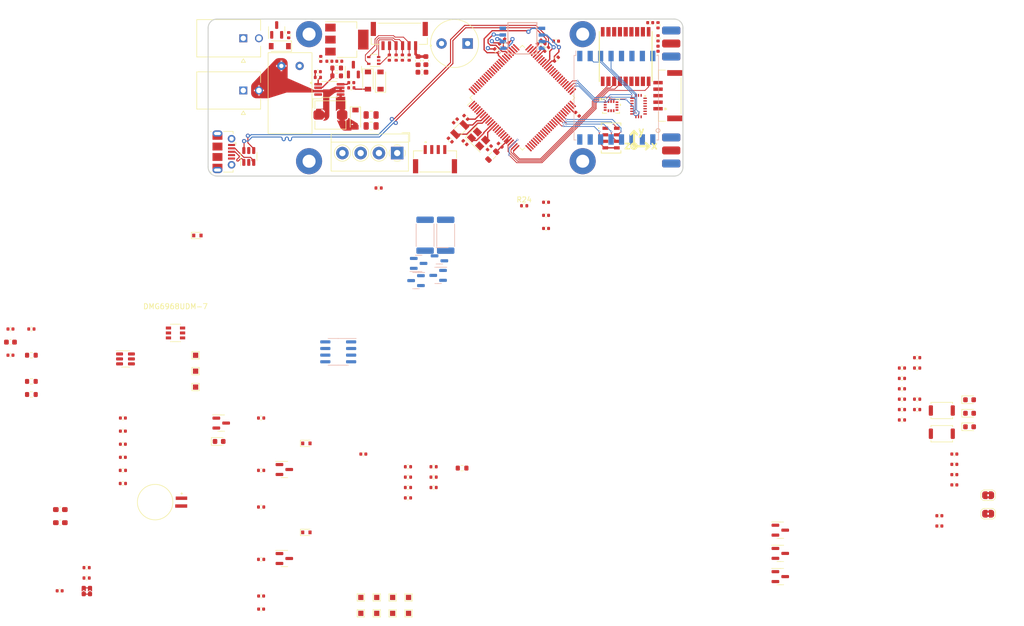
<source format=kicad_pcb>
(kicad_pcb (version 20221018) (generator pcbnew)
  (layers (0 "F.Cu" signal) (1 "In1.Cu" power) (2 "In2.Cu" power) (31 "B.Cu" signal) (34 "B.Paste" user) (35 "F.Paste" user) (36 "B.SilkS" user "B.Silkscreen") (37 "F.SilkS" user "F.Silkscreen") (38 "B.Mask" user) (39 "F.Mask" user) (44 "Edge.Cuts" user))
  (net 0 "")
  (net 1 "Net-(AE1-A)")
  (net 2 "GND")
  (net 3 "/Sensors/MAX-M10S-00B/VCC_RF")
  (net 4 "VDC")
  (net 5 "+5VA")
  (net 6 "-BATT")
  (net 7 "+5V")
  (net 8 "+3V3")
  (net 9 "+3.3V")
  (net 10 "Net-(BZ3--)")
  (net 11 "/STM32H743/NRST")
  (net 12 "/STM32H743/VDDA")
  (net 13 "/STM32H743/OSC32_IN")
  (net 14 "VBUS")
  (net 15 "Net-(U16-SS)")
  (net 16 "/STM32H743/OSC32_OUT")
  (net 17 "+BATT")
  (net 18 "/STM32H743/OSC_IN")
  (net 19 "Net-(D1-K)")
  (net 20 "Net-(D1-A)")
  (net 21 "Net-(D6-K-Pad1)")
  (net 22 "Net-(D6-K-Pad3)")
  (net 23 "/Data_Interfaces/USB2_D-")
  (net 24 "/Data_Interfaces/USB2_D+")
  (net 25 "Net-(D6-K-Pad4)")
  (net 26 "Net-(D6-K-Pad5)")
  (net 27 "/Sensors/MAX-M10S-00B/V_BKCP")
  (net 28 "+5VD")
  (net 29 "Net-(C27-Pad2)")
  (net 30 "/STM32H743/OSC_OUT")
  (net 31 "Net-(C51-Pad1)")
  (net 32 "Net-(D12-A)")
  (net 33 "Net-(D14-A)")
  (net 34 "/Actuators/Ematch_Drogue1/EMATCH+")
  (net 35 "Net-(C67-Pad1)")
  (net 36 "Net-(C68-Pad1)")
  (net 39 "Net-(D18-K)")
  (net 41 "/Data_Interfaces/CAN_+")
  (net 42 "/Actuators/Ematch_Main/EMATCH+")
  (net 43 "/Data_Interfaces/CAN_-")
  (net 45 "Net-(D19-K)")
  (net 46 "/Data_Interfaces/USB_D-")
  (net 47 "Net-(D20-K)")
  (net 48 "/Data_Interfaces/USB_D+")
  (net 50 "/915MHz_Radio/SPI_MISO")
  (net 51 "/915MHz_Radio/SPI_MOSI")
  (net 52 "/915MHz_Radio/SPI_CLK")
  (net 53 "/915MHz_Radio/CS_RF")
  (net 54 "/915MHz_Radio/RESET_RF")
  (net 55 "/915MHz_Radio/IO5_RF")
  (net 56 "/915MHz_Radio/IO3_RF")
  (net 57 "/915MHz_Radio/IO4_RF")
  (net 58 "/915MHz_Radio/IO0_RF")
  (net 59 "/915MHz_Radio/IO1_RF")
  (net 60 "/915MHz_Radio/IO2_RF")
  (net 61 "Net-(D11-Pad3)")
  (net 62 "Net-(JP4-RX1)")
  (net 63 "/Power/BATT_VOLT")
  (net 64 "Net-(FB3-Pad2)")
  (net 65 "/Sensors/MAX-M10S-00B/PPS")
  (net 66 "/Sensors/MAX-M10S-00B/EXTINT")
  (net 67 "/Sensors/MAX-M10S-00B/RF_IN")
  (net 68 "Net-(JP4-TX1)")
  (net 69 "/Data_Interfaces/CAN_RXD")
  (net 70 "/Data_Interfaces/CAN_TXD")
  (net 72 "Net-(MOSFET1-G2)")
  (net 74 "/Actuators/Ematch_Main/EMATCH-")
  (net 75 "/Actuators/Ematch_Drogue1/EMATCH-")
  (net 76 "Net-(MOSFET1-G1)")
  (net 77 "Net-(Q4-G)")
  (net 78 "Net-(Q4-S)")
  (net 79 "Net-(Q5-G)")
  (net 80 "Net-(Q6-B)")
  (net 81 "/STM32H743/I2C2_SDA")
  (net 82 "/STM32H743/I2C2_SCL")
  (net 83 "/Data_Logging/SD0")
  (net 84 "Net-(Q11-C)")
  (net 85 "/Data_Logging/SD1")
  (net 86 "Net-(Q9-S)")
  (net 87 "/Data_Logging/SD2")
  (net 88 "Net-(Q10-G)")
  (net 89 "/Data_Logging/SD3")
  (net 90 "Net-(Q11-B)")
  (net 91 "/Data_Logging/CLK")
  (net 92 "/STM32H743/SWDIO")
  (net 93 "/Data_Logging/CMD")
  (net 94 "/STM32H743/SWCLK")
  (net 95 "/STM32H743/SWO")
  (net 96 "/Actuators/DROGUE_L")
  (net 97 "/Actuators/DROGUE_CONT")
  (net 98 "/Actuators/DROGUE_H")
  (net 99 "Net-(U2-VM)")
  (net 100 "/Actuators/MAIN_L")
  (net 101 "/Actuators/MAIN_CONT")
  (net 102 "/Actuators/MAIN_H")
  (net 103 "Net-(JP6-B)")
  (net 104 "Net-(U5-Rs)")
  (net 105 "/Actuators/EXT_SPI_MISO")
  (net 106 "/Actuators/EXT_SPI_MOSI")
  (net 107 "/Actuators/EXT_SPI_SCK")
  (net 108 "/Actuators/EXT_SPI_CS")
  (net 109 "Net-(JP7-B)")
  (net 110 "Net-(U16-COMP)")
  (net 111 "Net-(U16-FB)")
  (net 112 "Net-(Q15-G)")
  (net 113 "Net-(Q15-D)")
  (net 114 "Net-(Q16-G)")
  (net 115 "/Sensors/INT_2_ACCEL")
  (net 116 "/Sensors/INT_1_MAG")
  (net 117 "/Sensors/INT_2_GYRO")
  (net 118 "Net-(Q16-D)")
  (net 119 "/STM32H743/INDICATOR_LED")
  (net 120 "/STM32H743/BOOT0")
  (net 121 "/STM32H743/BUZZER")
  (net 122 "/STM32H743/USART2_TX")
  (net 123 "/STM32H743/USART2_RX")
  (net 124 "/STM32H743/SPI2_NSS1")
  (net 125 "/STM32H743/SPI2_NSS2")
  (net 126 "/STM32H743/SPI2_NSS3")
  (net 127 "/STM32H743/SPI2_NSS4")
  (net 128 "/STM32H743/EXTI6")
  (net 137 "/STM32H743/EXTI7")
  (net 151 "/STM32H743/EXTI13")
  (net 152 "/STM32H743/EXTI14")
  (net 159 "/STM32H743/SPI4_NSS")
  (net 160 "/STM32H743/SPI4_SCK")
  (net 165 "/STM32H743/SPI4_MISO")
  (net 166 "/STM32H743/SPI4_MOSI")
  (net 167 "/STM32H743/GPS_RST")
  (net 176 "/STM32H743/EXTI15")
  (net 179 "Net-(U2-VDD)")
  (net 181 "/STM32H743/D+")
  (net 182 "/STM32H743/D-")
  (footprint "Footprints:BMX055" (layer "F.Cu") (at 180.7625 65)
    (fp_text reference "U11" hide)
    (fp_text value "BMX055")
  )
  (footprint "MountingHole:MountingHole_2.5mm_Pad" (layer "F.Cu") (at 170.059602 75.565795)
    (fp_text reference "H1" hide)
    (fp_text value "MountingHole")
  )
  (footprint "Resistor_SMD:R_0402_1005Metric" (layer "F.Cu") (at 154.489376 53.439376 -45)
    (fp_text reference "R20" hide)
    (fp_text value "47k")
  )
  (footprint "Footprints:MAXM10S00B" (layer "F.Cu") (at 178.3 55.5 -90)
    (fp_text reference "IC2" hide)
    (fp_text value "MAX-M10S-00B" hide)
  )
  (footprint "Footprints:MS561101BA03-50" (layer "F.Cu") (at 175.5 71.125)
    (fp_text reference "U12" hide)
    (fp_text value "MS561101BA03-50" hide)
  )
  (footprint "Resistor_SMD:R_0402_1005Metric" (layer "F.Cu") (at 234.17 115.21)
    (fp_text reference "R81" hide)
    (fp_text value "100k")
  )
  (footprint "Resistor_SMD:R_0402_1005Metric" (layer "F.Cu") (at 74.969602 155.460595)
    (fp_text reference "R13" hide)
    (fp_text value "120R")
  )
  (footprint "Resistor_SMD:R_0402_1005Metric" (layer "F.Cu") (at 141.48 134.13)
    (fp_text reference "R4" hide)
    (fp_text value "100k")
  )
  (footprint "Footprints:JST_SM04B-GHS-TB(LF)(SN)-" (layer "F.Cu") (at 141.75 75.6)
    (fp_text reference "J2" hide)
    (fp_text value "Conn_01x04")
  )
  (footprint "Button_Switch_SMD:SW_Push_SPST_NO_Alps_SKRK" (layer "F.Cu") (at 238.9 127.8)
    (fp_text reference "SW7" hide)
    (fp_text value "TS-1185-C-A-A-A")
  )
  (footprint "Resistor_SMD:R_0402_1005Metric" (layer "F.Cu") (at 231.26 115.21)
    (fp_text reference "R74" hide)
    (fp_text value "1k")
  )
  (footprint "Diode_SMD:D_SOD-123" (layer "F.Cu") (at 126.5 67.4 -90)
    (fp_text reference "D14" hide)
    (fp_text value "DSK34")
  )
  (footprint "Resistor_SMD:R_0603_1608Metric" (layer "F.Cu") (at 146.94 134.39)
    (fp_text reference "R1" hide)
    (fp_text value "NC")
  )
  (footprint "Capacitor_SMD:C_0402_1005Metric" (layer "F.Cu") (at 81.919602 127.300595)
    (fp_text reference "C38" hide)
    (fp_text value "4.7u")
  )
  (footprint "Resistor_SMD:R_0603_1608Metric" (layer "F.Cu") (at 122.9 59.2)
    (fp_text reference "R62" hide)
    (fp_text value "82k")
  )
  (footprint "Resistor_SMD:R_0402_1005Metric" (layer "F.Cu") (at 130.94 80.7)
    (fp_text reference "R17" hide)
    (fp_text value "1k")
  )
  (footprint "Crystal:Crystal_SMD_SeikoEpson_TSX3225-4Pin_3.2x2.5mm" (layer "F.Cu") (at 150.1 71.3 -45)
    (fp_text reference "Y6" hide)
    (fp_text value "X1E0000210834")
  )
  (footprint "Capacitor_SMD:C_0603_1608Metric" (layer "F.Cu") (at 60.369602 110.240595)
    (fp_text reference "C46" hide)
    (fp_text value "22u")
  )
  (footprint "Resistor_SMD:R_0402_1005Metric" (layer "F.Cu") (at 119.3 59.5)
    (fp_text reference "R61" hide)
    (fp_text value "10k")
  )
  (footprint "Capacitor_SMD:C_0402_1005Metric" (layer "F.Cu") (at 161.75 52.7 45)
    (fp_text reference "C68" hide)
    (fp_text value "2.2u")
  )
  (footprint "Resistor_SMD:R_0402_1005Metric" (layer "F.Cu") (at 165 56 -135)
    (fp_text reference "R25" hide)
    (fp_text value "47k")
  )
  (footprint "Resistor_SMD:R_0603_1608Metric" (layer "F.Cu") (at 64.379602 120.280595)
    (fp_text reference "R60" hide)
    (fp_text value "47k")
  )
  (footprint "Capacitor_SMD:C_0603_1608Metric_Pad1.08x0.95mm_HandSolder" (layer "F.Cu") (at 69.929602 142.340595)
    (fp_text reference "C10" hide)
    (fp_text value "100nF")
  )
  (footprint "Capacitor_SMD:C_0805_2012Metric" (layer "F.Cu") (at 129.5 66.7)
    (fp_text reference "C55" hide)
    (fp_text value "47u")
  )
  (footprint "Capacitor_SMD:C_0402_1005Metric" (layer "F.Cu") (at 241.3 137.61)
    (fp_text reference "C60" hide)
    (fp_text value "100n")
  )
  (footprint "TestPoint:TestPoint_Pad_1.0x1.0mm" (layer "F.Cu") (at 130.579602 159.180595)
    (fp_text reference "TP6" hide)
    (fp_text value "TestPoint")
  )
  (footprint "Footprints:MOLEX_43045-0200" (layer "F.Cu") (at 105 52 -90)
    (fp_text reference "J7" hide)
    (fp_text value "Conn_01x02")
  )
  (footprint "Resistor_SMD:R_0402_1005Metric" (layer "F.Cu") (at 231.26 121.18)
    (fp_text reference "R77" hide)
    (fp_text value "1k")
  )
  (footprint "Resistor_SMD:R_0402_1005Metric" (layer "F.Cu") (at 133 55.7 -90)
    (fp_text reference "R21" hide)
    (fp_text value "33")
  )
  (footprint "Footprints:JST_SM06B-GHS-TB(LF)(SN)" (layer "F.Cu") (at 134.907102 51.533095 180)
    (fp_text reference "J4" hide)
    (fp_text value "SM06B-GHS-TB(LF)(SN)")
  )
  (footprint "Capacitor_SMD:C_0402_1005Metric" (layer "F.Cu") (at 69.799602 157.910595)
    (fp_text reference "C1" hide)
    (fp_text value "100n")
  )
  (footprint "MountingHole:MountingHole_2.5mm_Pad" (layer "F.Cu") (at 117.609602 75.565795)
    (fp_text reference "H3" hide)
    (fp_text value "MountingHole")
  )
  (footprint "Diode_SMD:D_0402_1005Metric" (layer "F.Cu") (at 184.5 54 90)
    (fp_text reference "D10" hide)
    (fp_text value "ESD9B3.3ST5G")
  )
  (footprint "Resistor_SMD:R_0402_1005Metric" (layer "F.Cu") (at 158.84 84.1)
    (fp_text reference "R24")
    (fp_text value "47k")
  )
  (footprint "Resistor_SMD:R_0603_1608Metric" (layer "F.Cu") (at 122.9 57.7 180)
    (fp_text reference "R63" hide)
    (fp_text value "27k")
  )
  (footprint "Resistor_SMD:R_0402_1005Metric" (layer "F.Cu") (at 136.57 134.13)
    (fp_text reference "R2" hide)
    (fp_text value "100k")
  )
  (footprint "Footprints:HNB09A05" (layer "F.Cu") (at 148 53 180)
    (fp_text reference "BZ3" hide)
    (fp_text value "Buzzer")
  )
  (footprint "TestPoint:TestPoint_Pad_1.0x1.0mm" (layer "F.Cu") (at 136.679602 159.180595)
    (fp_text reference "TP10" hide)
    (fp_text value "TestPoint")
  )
  (footprint "Capacitor_SMD:C_0402_1005Metric" (layer "F.Cu") (at 163.0359 85.940011)
    (fp_text reference "C3" hide)
    (fp_text value "10uF")
  )
  (footprint "LED_SMD:LED_0603_1608Metric" (layer "F.Cu") (at 244.22 121.29)
    (fp_text reference "D18" hide)
    (fp_text value "BLUE LED")
  )
  (footprint "Package_TO_SOT_SMD:SOT-23" (layer "F.Cu") (at 112.869602 151.720595)
    (fp_text reference "Q11" hide)
    (fp_text value "MMBT2222")
  )
  (footprint "Capacitor_SMD:C_0402_1005Metric" (layer "F.Cu") (at 147.5 72 135)
    (fp_text reference "C64" hide)
    (fp_text value "15p")
  )
  (footprint "Jumper:SolderJumper-2_P1.3mm_Bridged2Bar_RoundedPad1.0x1.5mm" (layer "F.Cu") (at 247.78 143.14)
    (fp_text reference "JP7" hide)
    (fp_text value "Jumper_2_Bridged")
  )
  (footprint "Footprints:DMG6968UDM-7" (layer "F.Cu") (at 92.007802 108.483995)
    (fp_text reference "MOSFET1" hide)
    (fp_text value "DMG6968UDM-7")
  )
  (footprint "Capacitor_SMD:C_0402_1005Metric" (layer "F.Cu") (at 147.660589 67.160589 135)
    (fp_text reference "C61" hide)
    (fp_text value "100n")
  )
  (footprint "Capacitor_SMD:C_0402_1005Metric" (layer "F.Cu") (at 81.919602 129.810595)
    (fp_text reference "C39" hide)
    (fp_text value "100nF")
  )
  (footprint "Capacitor_SMD:C_0402_1005Metric" (layer "F.Cu") (at 60.369602 112.750595)
    (fp_text reference "C47" hide)
    (fp_text value "1u")
  )
  (footprint "Resistor_SMD:R_0402_1005Metric" (layer "F.Cu") (at 108.419602 151.890595)
    (fp_text reference "R51" hide)
    (fp_text value "1k")
  )
  (footprint "Resistor_SMD:R_0402_1005Metric" (layer "F.Cu") (at 163.14 54.1 45)
    (fp_text reference "R84" hide)
    (fp_text value "10R")
  )
  (footprint "Capacitor_SMD:C_0402_1005Metric" (layer "F.Cu") (at 241.3 135.64)
    (fp_text reference "C54" hide)
    (fp_text value "100n")
  )
  (footprint "TestPoint:TestPoint_Pad_1.0x1.0mm" (layer "F.Cu") (at 95.859602 115.810595)
    (fp_text reference "TP3" hide)
    (fp_text value "TestPoint")
  )
  (footprint "Capacitor_SMD:C_0402_1005Metric" (layer "F.Cu") (at 152.160589 73 -135)
    (fp_text reference "C65" hide)
    (fp_text value "15p")
  )
  (footprint "Inductor_SMD:L_0805_2012Metric" (layer "F.Cu") (at 152.75 74.5 45)
    (fp_text reference "L4" hide)
    (fp_text value "10u")
  )
  (footprint "Capacitor_SMD:C_0603_1608Metric_Pad1.08x0.95mm_HandSolder" (layer "F.Cu") (at 69.929602 144.850595)
    (fp_text reference "C11" hide)
    (fp_text value "10uF")
  )
  (footprint "Package_TO_SOT_SMD:SOT-23" (layer "F.Cu") (at 207.94 146.29)
    (fp_text reference "Q15" hide)
    (fp_text value "AO3400A")
  )
  (footprint "Footprints:ULR158M0JF1ARR" (layer "F.Cu") (at 112.3 57.3)
    (fp_text reference "C41" hide)
    (fp_text value "1500u")
  )
  (footprint "Capacitor_SMD:C_0402_1005Metric" (layer "F.Cu") (at 60.369602 107.730595)
    (fp_text reference "C6" hide)
    (fp_text value "100n")
  )
  (footprint "Capacitor_SMD:C_0402_1005Metric" (layer "F.Cu") (at 81.919602 124.790595)
    (fp_text reference "C36" hide)
    (fp_text value "100n")
  )
  (footprint "Package_TO_SOT_SMD:SOT-23" (layer "F.Cu") (at 207.94 155.19)
    (fp_text reference "Q17" hide)
    (fp_text value "AO3401A")
  )
  (footprint "Capacitor_SMD:C_0402_1005Metric" (layer "F.Cu") (at 128.009602 131.700595)
    (fp_text reference "C30" hide)
    (fp_text value "100nF")
  )
  (footprint "Resistor_SMD:R_0402_1005Metric" (layer "F.Cu") (at 136.57 138.11)
    (fp_text reference "R10" hide)
    (fp_text value "1k")
  )
  (footprint "Capacitor_SMD:C_0402_1005Metric" (layer "F.Cu") (at 238.43 145.49)
    (fp_text reference "C50" hide)
    (fp_text value "100n")
  )
  (footprint "Package_TO_SOT_SMD:SOT-353_SC-70-5" (layer "F.Cu") (at 130 56.25 180)
    (fp_text reference "D6" hide)
    (fp_text value "SP0504BAJT")
  )
  (footprint "Footprints:SM05B-GHS-TBLFSN" (layer "F.Cu") (at 186.744598 63 90)
    (fp_text reference "J8" hide)
    (fp_text value "Conn_01x07")
  )
  (footprint "Jumper:SolderJumper-2_P1.3mm_Bridged2Bar_RoundedPad1.0x1.5mm" (layer "F.Cu") (at 247.78 139.59)
    (fp_text reference "JP6" hide)
    (fp_text value "Jumper_2_Bridged")
  )
  (footprint "Capacitor_SMD:C_0402_1005Metric" (layer "F.Cu") (at 108.419602 158.910595)
    (fp_text reference "C28" hide)
    (fp_text value "100nF")
  )
  (footprint "Resistor_SMD:R_0402_1005Metric" (layer "F.Cu") (at 153.55 54.4 -45)
    (fp_text reference "R35" hide)
    (fp_text value "47k")
  )
  (footprint "Capacitor_SMD:C_0402_1005Metric" (layer "F.Cu") (at 154.25 72.5 135)
    (fp_text reference "C66" hide)
    (fp_text value "100n")
  )
  (footprint "Resistor_SMD:R_0402_1005Metric" (layer "F.Cu") (at 135.5 55.7 -90)
    (fp_text reference "R18" hide)
    (fp_text value "33")
  )
  (footprint "TestPoint:TestPoint_Pad_1.0x1.0mm" (layer "F.Cu") (at 127.529602 159.180595)
    (fp_text reference "TP2" hide)
    (fp_text value "TestPoint")
  )
  (footprint "Resistor_SMD:R_0402_1005Metric" (layer "F.Cu") (at 134.3 55.7 -90)
    (fp_text reference "R19" hide)
    (fp_text value "33")
  )
  (footprint "Resistor_SMD:R_0402_1005Metric" (layer "F.Cu") (at 141.48 136.12)
    (fp_text reference "R6" hide)
    (fp_text value "100k")
  )
  (footprint "TestPoint:TestPoint_Pad_1.0x1.0mm" (layer "F.Cu") (at 95.859602 112.760595)
    (fp_text reference "TP1" hide)
    (fp_text value "TestPoint")
  )
  (footprint "Diode_SMD:D_SOD-123" (layer "F.Cu") (at 131.3 60.1 90)
    (fp_text reference "D4" hide)
    (fp_text value "B5819W")
  )
  (footprint "MountingHole:MountingHole_2.5mm_Pad" (layer "F.Cu") (at 117.609602 51.210595)
    (fp_text reference "H2" hide)
    (fp_text value "MountingHole")
  )
  (footprint "MountingHole:MountingHole_2.5mm_Pad" (layer "F.Cu") (at 170.059602 51.210595)
    (fp_text reference "H4" hide)
    (fp_text value "MountingHole")
  )
  (footprint "Capacitor_SMD:C_0402_1005Metric" (layer "F.Cu") (at 241.3 133.67)
    (fp_text reference "C53" hide)
    (fp_text value "100n")
  )
  (footprint "Capacitor_SMD:C_0402_1005Metric" (layer "F.Cu") (at 163.0359 88.450011)
    (fp_text reference "C4" hide)
    (fp_text value "100nF")
  )
  (footprint "Package_TO_SOT_SMD:SOT-23" (layer "F.Cu") (at 100.769602 125.760595)
    (fp_text reference "D11" hide)
    (fp_text value "BAT54C")
  )
  (footprint "Resistor_SMD:R_0402_1005Metric" (layer "F.Cu") (at 231.26 119.19)
    (fp_text reference "R76" hide)
    (fp_text value "33R")
  )
  (footprint "Footprints:QFN_LHHXTR_STM" (layer "F.Cu") (at 175.5 65)
    (fp_text reference "U1" hide)
    (fp_text value "ASM330LHHXTR")
  )
  (footprint "Diode_SMD:D_SOD-123" (layer "F.Cu") (at 128.9 60.1 -90)
    (fp_text reference "D2" hide)
    (fp_text value "B5819W")
  )
  (footprint "LED_SMD:LED_0603_1608Metric" (layer "F.Cu") (at 244.22 126.47)
    (fp_text reference "D20" hide)
    (fp_text value "RED LED")
  )
  (footprint "Capacitor_SMD:C_0603_1608Metric" (layer "F.Cu") (at 139.25 58.5 180)
    (fp_text reference "C26" hide)
    (fp_text value "2.2u")
  )
  (footprint "Diode_SMD:D_SOD-123" (layer "F.Cu") (at 112 53.5 180)
    (fp_text reference "D1" hide)
    (fp_text value "B5819W")
  )
  (footprint "LED_SMD:LED_0603_1608Metric" (layer "F.Cu") (at 244.22 123.88)
    (fp_text reference "D19" hide)
    (fp_text value "YELLOW LED")
  )
  (footprint "Package_TO_SOT_SMD:SOT-223-3_TabPin2" (layer "F.Cu") (at 124.85 52.25)
    (fp_text reference "U3" hide)
    (fp_text value "AMS1117-3.3")
  )
  (footprint "Footprints:SOP65P490X110-8N" (layer "F.Cu") (at 121.5 61.8)
    (fp_text reference "U16" hide)
    (fp_text value "TPS61085DGKR")
  )
  (footprint "Resistor_SMD:R_0402_1005Metric" (layer "F.Cu") (at 234.17 113.22)
    (fp_text reference "R80" hide)
    (fp_text value "1k")
  )
  (footprint "Resistor_SMD:R_0402_1005Metric" (layer "F.Cu") (at 231.26 123.17)
    (fp_text reference "R78" hide)
    (fp_text value "1k")
  )
  (footprint "Footprints:BAT_MS621FE-FL11E" (layer "F.Cu") (at 88.099602 140.910595)
    (fp_text reference "BT2" hide)
    (fp_text value "MS621FE-FL11E")
  )
  (footprint "Resistor_SMD:R_0402_1005Metric" (layer "F.Cu") (at 184.5 49.5 -90)
    (fp_text reference "R55" hide)
    (fp_text value "0R")
  )
  (footprint "Footprints:UART_Switch" (layer "F.Cu") (at 75.014602 157.955595)
    (fp_text reference "JP4" hide)
    (fp_text value "UART_Switch")
  )
  (footprint "TestPoint:TestPoint_Pad_1.0x1.0mm" (layer "F.Cu") (at 127.529602 162.230595)
    (fp_text reference "TP5" hide)
    (fp_text value "TestPoint")
  )
  (footprint "Capacitor_SMD:C_0402_1005Metric" (layer "F.Cu") (at 119.85 55.95 -90)
    (fp_text reference "C5" hide)
    (fp_text value "100n")
  )
  (footprint "Resistor_SMD:R_0402_1005Metric" (layer "F.Cu") (at 64.379602 107.730595)
    (fp_text reference "R7" hide)
    (fp_text value "330R")
  )
  (footprint "Resistor_SMD:R_0402_1005Metric" (layer "F.Cu") (at 81.919602 134.830595)
    (fp_text reference "R56" hide)
    (fp_text value "1k")
  )
  (footprint "Resistor_SMD:R_0603_1608Metric" (layer "F.Cu") (at 64.379602 112.750595)
    (fp_text reference "R9" hide)
    (fp_text value "2.7k")
  )
  (footprint "TestPoint:TestPoint_Pad_1.0x1.0mm" (layer "F.Cu") (at 130.579602 162.230595)
    (fp_text reference "TP7" hide)
    (fp_text value "TestPoint")
  )
  (footprint "Capacitor_SMD:C_0402_1005Metric" (layer "F.Cu") (at 119.3 58.4)
    (fp_text reference "C51" hide)
    (fp_text value "2.2n")
  )
  (footprint "Diode_SMD:D_SOD-523" (layer "F.Cu") (at 117.089602 129.650595)
    (fp_text reference "D3" hide)
    (fp_text value "BZT52C3V6T")
  )
  (footprint "Resistor_SMD:R_0402_1005Metric" (layer "F.Cu") (at 136.57 136.12)
    (fp_text reference "R5" hide)
    (fp_text value "100k")
  )
  (footprint "Connector_USB:USB_Micro-B_Molex-105017-0001" (layer "F.Cu") (at 101.2875 73.75 -90)
    (fp_text reference "J6" hide)
    (fp_text value "USB_B_Micro")
  )
  (footprint "Resistor_SMD:R_0402_1005Metric" (layer "F.Cu") (at 108.419602 134.830595)
    (fp_text reference "R31" hide)
    (fp_text value "1k")
  )
  (footprint "TestPoint:TestPoint_Pad_1.0x1.0mm" (layer "F.Cu") (at 133.629602 162.230595)
    (fp_text reference "TP9" hide)
    (fp_text value "TestPoint")
  )
  (footprint "Capacitor_SMD:C_0603_1608Metric" (layer "F.Cu") (at 140 56.275 90)
    (fp_text reference "C27" hide)
    (fp_text value "2.2u")
  )
  (footprint "Package_QFP:LQFP-100_14x14mm_P0.5mm" (layer "F.Cu") (at 158.5 63.395695 45)
    (fp_text reference "U6" hide)
    (fp_text value "STM32H743VITx")
  )
  (footprint "Resistor_SMD:R_0402_1005Metric" (layer "F.Cu") (at 108.419602 141.850595)
    (fp_text reference "R15" hide)
    (fp_text value "10k")
  )
  (footprint "Capacitor_SMD:C_0402_1005Metric" (layer "F.Cu") (at 169.05 66.55 -45)
    (fp_text reference "C67" hide)
    (fp_text value "2.2u")
  )
  (footprint "Resistor_SMD:R_0402_1005Metric" (layer "F.Cu") (at 162.45 53.4 45)
    (fp_text reference "R22" hide)
    (fp_text value "10R")
  )
  (footprint "Button_Switch_SMD:SW_Push_SPST_NO_Alps_SKRK" (layer "F.Cu") (at 238.9 123.35)
    (fp_text reference "SW6" hide)
    (fp_text value "TS-1185-C-A-A-A")
  )
  (footprint "Resistor_SMD:R_0402_1005Metric" (layer "F.Cu") (at 136.8 55.7 -90)
    (fp_text reference "R65" hide)
    (fp_text value "33")
  )
  (footprint "Capacitor_SMD:C_0402_1005Metric" (layer "F.Cu") (at 241.3 131.7)
    (fp_text reference "C52" hide)
    (fp_text value "100n")
  )
  (footprint "Resistor_SMD:R_0402_1005Metric" (layer "F.Cu") (at 155.45 52.5 -45)
    (fp_text reference "R23" hide)
    (fp_text value "47k")
  )
  (footprint "Capacitor_SMD:C_0402_1005Metric" (layer "F.Cu") (at 145.660589 67.839411 -135)
    (fp_text reference "C62" hide)
    (fp_text value "18p")
  )
  (footprint "Resistor_SMD:R_0402_1005Metric" (layer "F.Cu") (at 141.48 138.11)
    (fp_text reference "R11" hide)
    (fp_text value "1k")
  )
  (footprint "Capacitor_SMD:C_0402_1005Metric" (layer "F.Cu") (at 238.43 143.52)
    (fp_text reference "C49" hide)
    (fp_text value "1u")
  )
  (footprint "Package_TO_SOT_SMD:SOT-23" (layer "F.Cu") (at 111.4 50.4 90)
    (fp_text reference "Q1" hide)
    (fp_text value "CJK2333")
  )
  (footprint "Capacitor_SMD:C_0402_1005Metric" (layer "F.Cu") (at 125.7 60.5)
    (fp_text reference "C48" hide)
    (fp_text value "100n")
  )
  (footprint "Capacitor_SMD:C_0402_1005Metric" (layer "F.Cu") (at 81.919602 132.320595)
    (fp_text reference "C40" hide)
    (fp_text value "10uF")
  )
  (footprint "Package_TO_SOT_SMD:SOT-23-6" (layer "F.Cu") (at 82.419602 113.460595)
    (fp_text reference "U2" hide)
    (fp_text value "AP9101CK6")
  )
  (footprint "Diode_SMD:D_SOD-523" (layer "F.Cu") (at 96.2 89.8)
    (fp_text reference "D13" hide)
    (fp_text value "BZT52C3V6T")
  )
  (footprint "Resistor_SMD:R_0402_1005Metric" (layer "F.Cu") (at 108.419602 124.790595)
    (fp_text reference "R14" hide)
    (fp_text value "10k")
  )
  (footprint "Package_TO_SOT_SMD:SOT-23-6" (layer "F.Cu") (at 106.05 74.65 90)
    (fp_text reference "U8" hide)
    (fp_text value "USBLC6-2SC6")
  )
  (footprint "Resistor_SMD:R_0402_1005Metric" (layer "F.Cu") (at 125.71 61.5)
    (fp_text reference "R8" hide)
    (fp_text value "100k")
  )
  (footprint "Resistor_SMD:R_0402_1005Metric" (layer "F.Cu") (at 136.57 140.1)
    (fp_text reference "R16" hide)
    (fp_text value "1k")
  )
  (footprint "Crystal:Crystal_SMD_3215-2Pin_3.2x1.5mm" (layer "F.Cu") (at 146.5 69.5 45)
    (fp_text reference "Y5" hide)
    (fp_text value "Q13FC1350000400")
  )
  (footprint "Resistor_SMD:R_0402_1005Metric" (layer "F.Cu") (at 81.919602 137.340595)
    (fp_text reference "R57" hide)
    (fp_text value "1k")
  )
  (footprint "TestPoint:TestPoint_Pad_1.0x1.0mm" (layer "F.Cu") (at 95.859602 118.860595)
    (fp_text reference "TP4" hide)
    (fp_text value "TestPoint")
  )
  (footprint "Diode_SMD:D_SOD-523" (layer "F.Cu") (at 117.089602 146.710595)
    (fp_text reference "D5" hide)
    (fp_text value "BZT52C3V6T")
  )
  (footprint "Package_TO_SOT_SMD:SOT-23" (layer "F.Cu") (at 126.1 58 90)
    (fp_text reference "Q2" hide)
    (fp_text value "CJK2333")
  )
  (footprint "Inductor_SMD:L_0603_1608Metric" (layer "F.Cu") (at 138.5 56.2875 -90)
    (fp_text reference "FB2" hide)
    (fp_text value "BLM18PG221SN1D")
  )
  (footprint "Capacitor_SMD:C_0402_1005Metric" (layer "F.Cu") (at 108.419602 161.420595)
    (fp_text reference "C29" hide)
    (fp_text value "100nF")
  )
  (footprint "Resistor_SMD:R_0603_1608Metric" (layer "F.Cu") (at 64.379602 117.770595)
    (fp_text reference "R59" hide)
    (fp_text value "13k")
  )
  (footprint "Inductor_SMD:L_Bourns_SRP5030T" (layer "F.Cu") (at 121.7 66.7)
    (fp_text reference "L2" hide)
    (fp_text value "6u")
  )
  (footprint "Capacitor_SMD:C_0402_1005Metric" (layer "F.Cu") (at 163.0359 83.430011)
    (fp_text reference "C2" hide)
    (fp_text value "100nF")
  )
  (footprint "TestPoint:TestPoint_Pad_1.0x1.0mm" (layer "F.Cu") (at 133.629602 159.180595)
    (fp_text reference "TP8" hide)
    (fp_text value "TestPoint")
  )
  (footprint "Capacitor_SMD:C_0805_2012Metric" (layer "F.Cu") (at 129.5 68.8)
    (fp_text reference "C56" hide)
    (fp_text value "47u")
  )
  (footprint "Resistor_SMD:R_0402_1005Metric" (layer "F.Cu") (at 74.969602 153.470595)
    (fp_text reference "R12" hide)
    (fp_text value "1k")
  )
  (footprint "Resistor_SMD:R_0402_1005Metric" (layer "F.Cu") (at 184.5 52 90)
    (fp_text reference "FB3" hide)
    (fp_text value "HZ1005K182TFB03")
  )
  (footprint "Footprints:STA-10201" (layer "F.Cu") (at 187.028 53 180)
    (fp_text reference "AE2" hide)
    (fp_text value "Antenna_Shield")
  )
  (footprint "TestPoint:TestPoint_Pad_1.0x1.0mm" (layer "F.Cu") (at 136.679602 162.230595)
    (fp_text reference "TP11" hide)
    (fp_text value "TestPoint")
  )
  (footprint "LED_SMD:LED_0603_1608Metric" (layer "F.Cu") (at 100.369602 129.280595)
    (fp_text reference "D12" hide)
    (fp_text value "LED_BLUE")
  )
  (footprint "Capacitor_SMD:C_0402_1005Metric" (layer "F.Cu") (at 164.95 52.55)
    (fp_text reference "C31" hide)
    (fp_text value "100nF")
  )
  (footprint "Resistor_SMD:R_0402_1005Metric" (layer "F.Cu") (at 113.7 51.4 90)
    (fp_text reference "R3" hide)
    (fp_text value "100k")
  )
  (footprint "Resistor_SMD:R_0402_1005Metric" (layer "F.Cu") (at 234.17 121.18)
    (fp_text reference "R86" hide)
    (fp_text value "10k")
  )
  (footprint "Package_TO_SOT_SMD:SOT-23" (layer "F.Cu") (at 207.94 150.74)
    (fp_text reference "Q16" hide)
    (fp_text value "AO3400A")
  )
  (footprint "TerminalBlock_4Ucon:TerminalBlock_4Ucon_1x04_P3.50mm_Horizontal" (layer "F.Cu") (at 134.5 74 180)
    (fp_text reference "J3" hide)
    (fp_text value "DB125-3.5-4P-GN-S")
  )
  (footprint "Resistor_SMD:R_0402_1005Metric" (layer "F.Cu") (at 234.17 123.17)
    (fp_text reference "R87" hide)
    (fp_text value "10k")
  )
  (footprint "Footprints:STA-10201" (layer "F.Cu") (at 187.028 73.5 180)
    (fp_text reference "AE1" hide)
    (fp_text value "Antenna_Shield")
  )
  (footprint "Capacitor_SMD:C_0402_1005Metric" (layer "F.Cu") (at 121.5 56.4 180)
    (fp_text reference "C8" hide)
    (fp_text value "10uF")
  )
  (footprint "Capacitor_SMD:C_0402_1005Metric" (layer "F.Cu") (at 144.660589 71.5 135)
    (fp_text reference "C63" hide)
    (fp_text value "18p")
  )
  (footprint "Resistor_SMD:R_0402_1005Metric" (layer "F.Cu") (at 231.26 125.16)
    (fp_text reference "R79" hide)
    (fp_text value "10k")
  )
  (footprint "Capacitor_SMD:C_0402_1005Metric" (layer "F.Cu") (at 183 49 180)
    (fp_text reference "C37" hide)
    (fp_text value "NC")
  )
  (footprint "Footprints:MOLEX_43045-0200" (layer "F.Cu") (at 105 62 -90)
    (fp_text reference "SW1" hide)
    (fp_text value "SW_DIP_x01")
  )
  (footprint "Package_TO_SOT_SMD:SOT-23" (layer "F.Cu") (at 112.869602 134.660595)
    (fp_text reference "Q6" hide)
    (fp_text value "MMBT2222")
  )
  (footprint "Resistor_SMD:R_0402_1005Metric" (layer "F.Cu") (at 231.26 117.2)
    (fp_text reference "R75" hide)
    (fp_text value "10k")
  )
  (footprint "Capacitor_SMD:C_0402_1005Metric" (layer "F.Cu") (at 123.4 56.4)
    (fp_text reference "C7" hide)
    (fp_text value "10uF")
  )
  (footprint "Resistor_SMD:R_2512_6332Metric" (layer "B.Cu") (at 139.85 89.75 -90)
    (fp_text reference "R27" hide)
    (fp_text value "2R")
  )
  (footprint "RF_Module:HOPERF_RFM9XW_SMD" (layer "B.Cu") (at 176.5 63.395695 -90)
    (fp_text reference "U4" hide)
    (fp_text value "RFM95W-915S2")
  )
  (footprint "Package_TO_SOT_SMD:SOT-23" (layer "B.Cu") (at 142.6 93.7 180)
    (fp_text reference "Q10" hide)
    (fp_text value "AP2300")
  )
  (footprint "Package_TO_SOT_SMD:SOT-23" (layer "B.Cu") (at 138.1125 98.45 180)
    (fp_text reference "Q5" hide)
    (fp_text value "AP2300")
  )
  (footprint "Footprints:SON127P800X600X95-8N" (layer "B.Cu") (at 158.5 52)
    (fp_text reference "IC1" hide)
    (fp_text value "XTSD04GLGEAG" hide)
  )
  (footprint "Resistor_SMD:R_2512_6332Metric" (layer "B.Cu") (at 143.8 89.75 -90)
    (fp_text reference "R47" hide)
    (fp_text value "2R")
  )
  (footprint "Package_SO:SOIC-8_3.9x4.9mm_P1.27mm" (layer "B.Cu") (at 123.2 112.1 180)
    (fp_text reference "U5" hide)
    (fp_text value "MCP2551-I-SN")
  )
  (footprint "Package_TO_SOT_SMD:SOT-23" (layer "B.Cu") (at 142.35 97.45 180)
    (fp_text reference "Q9" hide)
    (fp_text value "AO3401A")
  )
  (footprint "Package_TO_SOT_SMD:SOT-23" (layer "B.Cu") (at 138.6125 95.15)
    (fp_text reference "Q4" hide)
    (fp_text value "AO3401A")
  )
  (gr_line (start 182.8448 72.694964) (end 182.159 73.304564) (stroke (width 0.4)) (layer "F.SilkS"))
  (gr_line (start 179.8984 69.761264) (end 180.508 70.447064) (stroke (width 0.4)) (layer "F.SilkS"))
  (gr_line (start 179.9238 72.694964) (end 182.8448 72.694964) (stroke (width 0.4)) (layer "F.SilkS"))
  (gr_line (start 179.8984 72.682264) (end 179.8984 69.761264) (stroke (width 0.4)) (layer "F.SilkS"))
  (gr_line (start 179.8984 69.761264) (end 179.2634 70.472464) (stroke (width 0.4)) (layer "F.SilkS"))
  (gr_line (start 182.8448 72.694964) (end 182.1336 72.059964) (stroke (width 0.4)) (layer "F.SilkS"))
  (gr_circle (center 179.8984 72.669564) (end 180.419564 72.669564) (stroke (width 0.4)) (fill none) (layer "F.SilkS"))
  (gr_line (start 189.276002 50.060595) (end 189.276002 76.730795) (stroke (width 0.2)) (layer "Edge.Cuts"))
  (gr_arc (start 99.959602 78.410595) (mid 98.749156 77.892479) (end 98.259607 76.6702) (stroke (width 0.2)) (layer "Edge.Cuts"))
  (gr_line (start 187.555802 48.311075) (end 99.999997 48.311104) (stroke (width 0.2)) (layer "Edge.Cuts"))
  (gr_line (start 98.259607 50) (end 98.259607 76.6702) (stroke (width 0.2)) (layer "Edge.Cuts"))
  (gr_arc (start 187.555802 48.311075) (mid 188.795126 48.812966) (end 189.276002 50.060595) (stroke (width 0.2)) (layer "Edge.Cuts"))
  (gr_line (start 187.555802 78.410595) (end 99.959602 78.410595) (stroke (width 0.2)) (layer "Edge.Cuts"))
  (gr_arc (start 98.259608 50) (mid 98.781582 48.796663) (end 100 48.310935) (stroke (width 0.2)) (layer "Edge.Cuts"))
  (gr_arc (start 189.276002 76.730795) (mid 188.769632 77.932941) (end 187.555802 78.410595) (stroke (width 0.2)) (layer "Edge.Cuts"))
  (gr_text "z" (at 178.6284 72.491764) (layer "F.SilkS") (effects (font (size 1.5 1.5) (thickness 0.3))))
  (gr_text "x" (at 183.7846 72.517164) (layer "F.SilkS") (effects (font (size 1.5 1.5) (thickness 0.3))))
  (gr_text "y" (at 181.2954 69.748564) (layer "F.SilkS") (effects (font (size 1.5 1.5) (thickness 0.3))))
  (segment (start 154.128752 53.078752) (end 153.932524 52.882524) (width 0.25) (layer "F.Cu") (net 8))
  (segment (start 152.982524 52.882524) (end 152.65 52.55) (width 0.25) (layer "F.Cu") (net 8))
  (segment (start 153.189376 54.039376) (end 152.045303 54.039376) (width 0.25) (layer "F.Cu") (net 8))
  (segment (start 152.045303 54.039376) (end 151.891332 53.885405) (width 0.25) (layer "F.Cu") (net 8))
  (segment (start 153.932524 52.882524) (end 152.982524 52.882524) (width 0.25) (layer "F.Cu") (net 8))
  (via (at 152.65 52.55) (size 0.8) (drill 0.4) (layers "F.Cu" "B.Cu") (net 8))
  (via (at 151.891332 53.885405) (size 0.8) (drill 0.4) (layers "F.Cu" "B.Cu") (net 8))
  (segment (start 148 67.5) (end 149.445948 67.5) (width 0.25) (layer "F.Cu") (net 9))
  (segment (start 149.445948 67.5) (end 150.598082 66.347866) (width 0.25) (layer "F.Cu") (net 9))
  (segment (start 155.547829 71.702171) (end 153.501301 73.748699) (width 0.25) (layer "F.Cu") (net 12))
  (segment (start 155.547829 71.297613) (end 155.547829 71.702171) (width 0.25) (layer "F.Cu") (net 12))
  (segment (start 155.901383 71.651167) (end 155.547829 71.297613) (width 0.25) (layer "F.Cu") (net 12))
  (segment (start 150.545852 67.81431) (end 151.305189 67.054973) (width 0.25) (layer "F.Cu") (net 13))
  (segment (start 147.383883 68.616117) (end 148.965521 68.616117) (width 0.25) (layer "F.Cu") (net 13))
  (segment (start 149.767328 67.81431) (end 150.545852 67.81431) (width 0.25) (layer "F.Cu") (net 13))
  (segment (start 148.965521 68.616117) (end 149.767328 67.81431) (width 0.25) (layer "F.Cu") (net 13))
  (segment (start 128.9 61.75) (end 126.47 61.75) (width 0.25) (layer "F.Cu") (net 14))
  (segment (start 126.47 61.75) (end 126.22 61.5) (width 0.25) (layer "F.Cu") (net 14))
  (segment (start 123.65 60.825) (end 124.895 60.825) (width 0.25) (layer "F.Cu") (net 15))
  (segment (start 124.895 60.825) (end 125.22 60.5) (width 0.25) (layer "F.Cu") (net 15))
  (segment (start 149.953517 68.263811) (end 150.803457 68.263811) (width 0.25) (layer "F.Cu") (net 16))
  (segment (start 147.833445 70.383883) (end 149.953517 68.263811) (width 0.25) (layer "F.Cu") (net 16))
  (segment (start 150.803457 68.263811) (end 151.658742 67.408526) (width 0.25) (layer "F.Cu") (net 16))
  (segment (start 145.616117 70.383883) (end 147.833445 70.383883) (width 0.25) (layer "F.Cu") (net 16))
  (segment (start 149.251472 71.582843) (end 149.711092 71.582843) (width 0.25) (layer "F.Cu") (net 18))
  (segment (start 149.711092 71.582843) (end 151.114429 70.179506) (width 0.25) (layer "F.Cu") (net 18))
  (segment (start 148.756497 71.087868) (end 149.251472 71.582843) (width 0.25) (layer "F.Cu") (net 18))
  (segment (start 151.114429 70.179506) (end 151.114429 70.074159) (width 0.25) (layer "F.Cu") (net 18))
  (segment (start 151.114429 70.074159) (end 152.719402 68.469186) (width 0.25) (layer "F.Cu") (net 18))
  (segment (start 133 55.19) (end 131.29 56.9) (width 0.15) (layer "F.Cu") (net 21))
  (segment (start 131.29 56.9) (end 130.95 56.9) (width 0.15) (layer "F.Cu") (net 21))
  (segment (start 133 55.19) (end 133 53.440197) (width 0.15) (layer "F.Cu") (net 21))
  (segment (start 133 53.440197) (end 133.032102 53.408095) (width 0.15) (layer "F.Cu") (net 21))
  (segment (start 134.3 55.19) (end 134.3 53.425993) (width 0.15) (layer "F.Cu") (net 22))
  (segment (start 130.95 55.6) (end 130.95 52.45) (width 0.15) (layer "F.Cu") (net 22))
  (segment (start 133.583095 52.283095) (end 134.282102 52.982102) (width 0.15) (layer "F.Cu") (net 22))
  (segment (start 130.95 52.45) (end 131.116905 52.283095) (width 0.15) (layer "F.Cu") (net 22))
  (segment (start 134.282102 52.982102) (end 134.282102 53.408095) (width 0.15) (layer "F.Cu") (net 22))
  (segment (start 131.116905 52.283095) (end 133.583095 52.283095) (width 0.15) (layer "F.Cu") (net 22))
  (segment (start 134.3 53.425993) (end 134.282102 53.408095) (width 0.15) (layer "F.Cu") (net 22))
  (segment (start 103.725 73.436396) (end 105.113604 74.825) (width 0.2) (layer "F.Cu") (net 23))
  (segment (start 105.113604 74.825) (end 106.386396 74.825) (width 0.2) (layer "F.Cu") (net 23))
  (segment (start 102.75 73.1) (end 103.425 73.1) (width 0.2) (layer "F.Cu") (net 23))
  (segment (start 106.65 75.088604) (end 106.65 75.4375) (width 0.2) (layer "F.Cu") (net 23))
  (segment (start 103.725 73.4) (end 103.725 73.436396) (width 0.2) (layer "F.Cu") (net 23))
  (segment (start 106.386396 74.825) (end 106.65 75.088604) (width 0.2) (layer "F.Cu") (net 23))
  (segment (start 103.425 73.1) (end 103.725 73.4) (width 0.2) (layer "F.Cu") (net 23))
  (segment (start 106.65 75.4375) (end 107 75.7875) (width 0.2) (layer "F.Cu") (net 23))
  (segment (start 104.468274 75.098882) (end 104.468273 75.098882) (width 0.2) (layer "F.Cu") (net 24))
  (segment (start 103.402234 73.75) (end 102.75 73.75) (width 0.2) (layer "F.Cu") (net 24))
  (segment (start 103.796522 75.204948) (end 104.185429 74.816038) (width 0.2) (layer "F.Cu") (net 24))
  (segment (start 103.796522 75.487792) (end 103.796521 75.48779) (width 0.2) (layer "F.Cu") (net 24))
  (segment (start 104.468273 75.098882) (end 104.079365 75.487791) (width 0.2) (layer "F.Cu") (net 24))
  (segment (start 104.18543 74.533196) (end 103.402234 73.75) (width 0.2) (layer "F.Cu") (net 24))
  (segment (start 104.18543 74.533195) (end 104.18543 74.533196) (width 0.2) (layer "F.Cu") (net 24))
  (segment (start 105.1 75.7875) (end 105.1 75.447766) (width 0.2) (layer "F.Cu") (net 24))
  (segment (start 103.79652 75.204947) (end 103.796522 75.204948) (width 0.2) (layer "F.Cu") (net 24))
  (segment (start 105.1 75.447766) (end 104.751117 75.098883) (width 0.2) (layer "F.Cu") (net 24))
  (arc (start 104.185429 74.816038) (mid 104.244008 74.674617) (end 104.18543 74.533195) (width 0.2) (layer "F.Cu") (net 24))
  (arc (start 104.079365 75.487791) (mid 103.937944 75.54637) (end 103.796522 75.487792) (width 0.2) (layer "F.Cu") (net 24))
  (arc (start 103.796521 75.48779) (mid 103.737942 75.346369) (end 103.79652 75.204947) (width 0.2) (layer "F.Cu") (net 24))
  (arc (start 104.751117 75.098883) (mid 104.609696 75.040304) (end 104.468274 75.098882) (width 0.2) (layer "F.Cu") (net 24))
  (segment (start 130.600499 52.305231) (end 130.972137 51.933594) (width 0.15) (layer "F.Cu") (net 25))
  (segment (start 130.600499 54.049501) (end 130.600499 52.305231) (width 0.15) (layer "F.Cu") (net 25))
  (segment (start 135.5 55.19) (end 135.5 53.440197) (width 0.15) (layer "F.Cu") (net 25))
  (segment (start 135.532102 52.858095) (end 135.532102 53.408095) (width 0.15) (layer "F.Cu") (net 25))
  (segment (start 133.75187 51.933594) (end 134.051371 52.233095) (width 0.15) (layer "F.Cu") (net 25))
  (segment (start 134.051371 52.233095) (end 134.907102 52.233095) (width 0.15) (layer "F.Cu") (net 25))
  (segment (start 134.907102 52.233095) (end 135.532102 52.858095) (width 0.15) (layer "F.Cu") (net 25))
  (segment (start 130.972137 51.933594) (end 133.75187 51.933594) (width 0.15) (layer "F.Cu") (net 25))
  (segment (start 129.05 55.6) (end 130.600499 54.049501) (width 0.15) (layer "F.Cu") (net 25))
  (segment (start 135.5 53.440197) (end 135.532102 53.408095) (width 0.15) (layer "F.Cu") (net 25))
  (segment (start 130.911462 51.5) (end 133.812545 51.5) (width 0.15) (layer "F.Cu") (net 26))
  (segment (start 133.812545 51.5) (end 134.09564 51.783095) (width 0.15) (layer "F.Cu") (net 26))
  (segment (start 130.250998 53.349002) (end 130.250998 52.160464) (width 0.15) (layer "F.Cu") (net 26))
  (segment (start 136.8 55.19) (end 136.8 53.425993) (width 0.15) (layer "F.Cu") (net 26))
  (segment (start 130.250998 52.160464) (end 130.911462 51.5) (width 0.15) (layer "F.Cu") (net 26))
  (segment (start 128.4 55.2) (end 130.250998 53.349002) (width 0.15) (layer "F.Cu") (net 26))
  (segment (start 135.707102 51.783095) (end 136.782102 52.858095) (width 0.15) (layer "F.Cu") (net 26))
  (segment (start 129.05 56.9) (end 128.4 56.25) (width 0.15) (layer "F.Cu") (net 26))
  (segment (start 128.4 56.25) (end 128.4 55.2) (width 0.15) (layer "F.Cu") (net 26))
  (segment (start 136.8 53.425993) (end 136.782102 53.408095) (width 0.15) (layer "F.Cu") (net 26))
  (segment (start 136.782102 52.858095) (end 136.782102 53.408095) (width 0.15) (layer "F.Cu") (net 26))
  (segment (start 134.09564 51.783095) (end 135.707102 51.783095) (width 0.15) (layer "F.Cu") (net 26))
  (segment (start 138.032102 53.408095) (end 138.032102 55.032102) (width 0.5) (layer "F.Cu") (net 29))
  (segment (start 138.5 55.5) (end 140 55.5) (width 0.5) (layer "F.Cu") (net 29))
  (segment (start 138.032102 55.032102) (end 138.5 55.5) (width 0.5) (layer "F.Cu") (net 29))
  (segment (start 151.443503 71.512132) (end 151.85009 71.105545) (width 0.25) (layer "F.Cu") (net 30))
  (segment (start 151.85009 70.045605) (end 153.072955 68.82274) (width 0.25) (layer "F.Cu") (net 30))
  (segment (start 151.85009 71.105545) (end 151.85009 70.045605) (width 0.25) (layer "F.Cu") (net 30))
  (segment (start 118.79 58.43) (end 118.82 58.4) (width 0.25) (layer "F.Cu") (net 31))
  (segment (start 118.79 59.5) (end 118.79 58.43) (width 0.25) (layer "F.Cu") (net 31))
  (segment (start 168.385961 66.210589) (end 167.462578 65.287206) (width 0.25) (layer "F.Cu") (net 35))
  (segment (start 168.710589 66.210589) (end 168.385961 66.210589) (width 0.25) (layer "F.Cu") (net 35))
  (segment (start 161.410589 53.039411) (end 161.410589 53.414039) (width 0.25) (layer "F.Cu") (net 36))
  (segment (start 161.410589 53.414039) (end 160.391511 54.433117) (width 0.25) (layer "F.Cu") (net 36))
  (segment (start 147.4568 49.525) (end 144.725 52.2568) (width 0.2) (layer "F.Cu") (net 46))
  (segment (start 133.903033 67.478768) (end 133.478768 67.478768) (width 0.2) (layer "F.Cu") (net 46))
  (segment (start 144.725 56.6568) (end 133.903033 67.478768) (width 0.2) (layer "F.Cu") (net 46))
  (segment (start 107 73.5125) (end 107 73.163604) (width 0.2) (layer "F.Cu") (net 46))
  (segment (start 163.500624 53.739376) (end 163.500624 51.932424) (width 0.2) (layer "F.Cu") (net 46))
  (segment (start 144.725 52.2568) (end 144.725 56.6568) (width 0.2) (layer "F.Cu") (net 46))
  (segment (start 105.878768 72.042372) (end 105.878768 70.678768) (width 0.2) (layer "F.Cu") (net 46))
  (segment (start 161.0932 49.525) (end 147.4568 49.525) (width 0.2) (layer "F.Cu") (net 46))
  (segment (start 163.500624 51.932424) (end 161.0932 49.525) (width 0.2) (layer "F.Cu") (net 46))
  (segment (start 107 73.163604) (end 105.878768 72.042372) (width 0.2) (layer "F.Cu") (net 46))
  (via (at 133.478768 67.478768) (size 0.8) (drill 0.4) (layers "F.Cu" "B.Cu") (net 46))
  (via (at 105.878768 70.678768) (size 0.8) (drill 0.4) (layers "F.Cu" "B.Cu") (net 46))
  (segment (start 130.906801 70.475) (end 106.506801 70.475) (width 0.2) (layer "B.Cu") (net 46))
  (segment (start 106.506801 70.475) (end 106.303033 70.678768) (width 0.2) (layer "B.Cu") (net 46))
  (segment (start 106.303033 70.678768) (end 105.878768 70.678768) (width 0.2) (layer "B.Cu") (net 46))
  (segment (start 133.478768 67.903033) (end 130.906801 70.475) (width 0.2) (layer "B.Cu") (net 46))
  (segment (start 133.478768 67.478768) (end 133.478768 67.903033) (width 0.2) (layer "B.Cu") (net 46))
  (segment (start 145.175 52.4432) (end 145.175 56.8432) (width 0.2) (layer "F.Cu") (net 48))
  (segment (start 134.221232 67.796967) (end 134.221232 68.221232) (width 0.2) (layer "F.Cu") (net 48))
  (segment (start 145.175 56.8432) (end 134.221232 67.796967) (width 0.2) (layer "F.Cu") (net 48))
  (segment (start 162.810624 53.039376) (end 163.050623 52.799377) (width 0.2) (layer "F.Cu") (net 48))
  (segment (start 163.050623 52.118823) (end 160.9068 49.975) (width 0.2) (layer "F.Cu") (net 48))
  (segment (start 160.9068 49.975) (end 147.6432 49.975) (width 0.2) (layer "F.Cu") (net 48))
  (segment (start 105.15 73.4625) (end 105.1 73.5125) (width 0.2) (layer "F.Cu") (net 48))
  (segment (start 147.6432 49.975) (end 145.175 52.4432) (width 0.2) (layer "F.Cu") (net 48))
  (segment (start 105.15 71.7) (end 105.15 73.4625) (width 0.2) (layer "F.Cu") (net 48))
  (segment (start 163.050623 52.799377) (end 163.050623 52.118823) (width 0.2) (layer "F.Cu") (net 48))
  (via (at 134.221232 68.221232) (size 0.8) (drill 0.4) (layers "F.Cu" "B.Cu") (net 48))
  (via (at 105.15 71.7) (size 0.8) (drill 0.4) (layers "F.Cu" "B.Cu") (net 48))
  (segment (start 114.55 70.925) (end 115.945833 70.925) (width 0.2) (layer "B.Cu") (net 48))
  (segment (start 106.693199 70.925) (end 112.15 70.925) (width 0.2) (layer "B.Cu") (net 48))
  (segment (start 115.945833 70.925) (end 131.093199 70.925) (width 0.2) (layer "B.Cu") (net 48))
  (segment (start 113.05 71.335009) (end 113.05 71.225) (width 0.2) (layer "B.Cu") (net 48))
  (segment (start 113.65 71.225) (end 113.65 71.334996) (width 0.2) (layer "B.Cu") (net 48))
  (segment (start 131.093199 70.925) (end 133.796967 68.221232) (width 0.2) (layer "B.Cu") (net 48))
  (segment (start 133.796967 68.221232) (end 134.221232 68.221232) (width 0.2) (layer "B.Cu") (net 48))
  (segment (start 114.25 71.334996) (end 114.25 71.225) (width 0.2) (layer "B.Cu") (net 48))
  (segment (start 105.15 71.7) (end 105.918199 71.7) (width 0.2) (layer "B.Cu") (net 48))
  (segment (start 112.45 71.225) (end 112.45 71.335009) (width 0.2) (layer "B.Cu") (net 48))
  (segment (start 105.918199 71.7) (end 106.693199 70.925) (width 0.2) (layer "B.Cu") (net 48))
  (arc (start 113.35 70.925) (mid 113.562132 71.012868) (end 113.65 71.225) (width 0.2) (layer "B.Cu") (net 48))
  (arc (start 112.75 71.635009) (mid 112.962132 71.547141) (end 113.05 71.335009) (width 0.2) (layer "B.Cu") (net 48))
  (arc (start 112.15 70.925) (mid 112.362132 71.012868) (end 112.45 71.225) (width 0.2) (layer "B.Cu") (net 48))
  (arc (start 112.45 71.335009) (mid 112.537868 71.547141) (end 112.75 71.635009) (width 0.2) (layer "B.Cu") (net 48))
  (arc (start 113.05 71.225) (mid 113.137868 71.012868) (end 113.35 70.925) (width 0.2) (layer "B.Cu") (net 48))
  (arc (start 114.25 71.225) (mid 114.337868 71.012868) (end 114.55 70.925) (width 0.2) (layer "B.Cu") (net 48))
  (arc (start 113.65 71.334996) (mid 113.737868 71.547128) (end 113.95 71.634996) (width 0.2) (layer "B.Cu") (net 48))
  (arc (start 113.95 71.634996) (mid 114.162132 71.547128) (end 114.25 71.334996) (width 0.2) (layer "B.Cu") (net 48))
  (segment (start 168.316762 60.65) (end 167.462578 61.504184) (width 0.15) (layer "F.Cu") (net 50))
  (segment (start 179.5 63.5) (end 179.95 63.5) (width 0.15) (layer "F.Cu") (net 50))
  (segment (start 179.45 63.45) (end 179.5 63.5) (width 0.15) (layer "F.Cu") (net 50))
  (segment (start 179.45 62.8) (end 179.45 63.45) (width 0.15) (layer "F.Cu") (net 50))
  (segment (start 174.4 63.75) (end 174.4 64.219511) (width 0.15) (layer "F.Cu") (net 50))
  (segment (start 180.15 65.69848) (end 180.15 63.7) (width 0.15) (layer "F.Cu") (net 50))
  (segment (start 179.5 66) (end 179.84848 66) (width 0.15) (layer "F.Cu") (net 50))
  (segment (start 179.95 63.5) (end 180.15 63.7) (width 0.15) (layer "F.Cu") (net 50))
  (segment (start 168.8 60.65) (end 168.316762 60.65) (width 0.15) (layer "F.Cu") (net 50))
  (segment (start 179.84848 66) (end 180.15 65.69848) (width 0.15) (layer "F.Cu") (net 50))
  (segment (start 174.4 64.219511) (end 174.3697 64.249811) (width 0.15) (layer "F.Cu") (net 50))
  (via (at 179.45 62.8) (size 0.35) (drill 0.2) (layers "F.Cu" "B.Cu") (net 50))
  (via (at 168.8 60.65) (size 0.35) (drill 0.2) (layers "F.Cu" "B.Cu") (net 50))
  (via (at 174.4 63.75) (size 0.35) (drill 0.2) (layers "F.Cu" "B.Cu") (net 50))
  (segment (start 175.35 62.8) (end 174.4 63.75) (width 0.15) (layer "B.Cu") (net 50))
  (segment (start 172.175 56.570695) (end 173.470695 56.570695) (width 0.15) (layer "B.Cu") (net 50))
  (segment (start 171.5 55.395695) (end 171.5 55.895695) (width 0.15) (layer "B.Cu") (net 50))
  (segment (start 179.45 62.55) (end 179.45 62.8) (width 0.15) (layer "B.Cu") (net 50))
  (segment (start 173.470695 56.570695) (end 179.45 62.55) (width 0.15) (layer "B.Cu") (net 50))
  (segment (start 172.252848 63.75) (end 169.152848 60.65) (width 0.15) (layer "B.Cu") (net 50))
  (segment (start 171.5 55.895695) (end 172.175 56.570695) (width 0.15) (layer "B.Cu") (net 50))
  (segment (start 174.4 63.75) (end 172.252848 63.75) (width 0.15) (layer "B.Cu") (net 50))
  (segment (start 169.152848 60.65) (end 168.8 60.65) (width 0.15) (layer "B.Cu") (net 50))
  (segment (start 178.904305 62.8) (end 175.35 62.8) (width 0.15) (layer "B.Cu") (net 50))
  (segment (start 178.904305 62.8) (end 179.45 62.8) (width 0.15) (layer "B.Cu") (net 50))
  (segment (start 169.05 60.15) (end 168.109656 60.15) (width 0.15) (layer "F.Cu") (net 51))
  (segment (start 174.4 63.3) (end 174.321781 63.221781) (width 0.15) (layer "F.Cu") (net 51))
  (segment (start 179.8 66.5) (end 179.5 66.5) (width 0.15) (layer "F.Cu") (net 51))
  (segment (start 175.5 63.3) (end 174.4 63.3) (width 0.15) (layer "F.Cu") (net 51))
  (segment (start 174.999874 63.800126) (end 174.999874 64.1167) (width 0.15) (layer "F.Cu") (net 51))
  (segment (start 168.109656 60.15) (end 167.109025 61.150631) (width 0.15) (layer "F.Cu") (net 51))
  (segment (start 180 66.3) (end 179.8 66.5) (width 0.15) (layer "F.Cu") (net 51))
  (segment (start 175.5 63.3) (end 174.999874 63.800126) (width 0.15) (layer "F.Cu") (net 51))
  (segment (start 180.3 66.3) (end 180 66.3) (width 0.15) (layer "F.Cu") (net 51))
  (via (at 174.321781 63.221781) (size 0.35) (drill 0.2) (layers "F.Cu" "B.Cu") (net 51))
  (via (at 175.5 63.3) (size 0.35) (drill 0.2) (layers "F.Cu" "B.Cu") (net 51))
  (via (at 169.05 60.15) (size 0.35) (drill 0.2) (layers "F.Cu" "B.Cu") (net 51))
  (via (at 180.3 66.3) (size 0.35) (drill 0.2) (layers "F.Cu" "B.Cu") (net 51))
  (segment (start 180.1 63.3) (end 180.1 66.1) (width 0.15) (layer "B.Cu") (net 51))
  (segment (start 173.5 55.395695) (end 173.5 56.202848) (width 0.15) (layer "B.Cu") (net 51))
  (segment (start 174.193562 63.35) (end 174.321781 63.221781) (width 0.15) (layer "B.Cu") (net 51))
  (segment (start 180.1 66.1) (end 180.3 66.3) (width 0.15) (layer "B.Cu") (net 51))
  (segment (start 180.1 63.3) (end 175.5 63.3) (width 0.15) (layer "B.Cu") (net 51))
  (segment (start 180.1 62.802848) (end 180.1 63.3) (width 0.15) (layer "B.Cu") (net 51))
  (segment (start 172.25 63.35) (end 174.193562 63.35) (width 0.15) (layer "B.Cu") (net 51))
  (segment (start 173.5 56.202848) (end 180.1 62.802848) (width 0.15) (layer "B.Cu") (net 51))
  (segment (start 169.05 60.15) (end 172.25 63.35) (width 0.15) (layer "B.Cu") (net 51))
  (segment (start 180.7625 67.05) (end 180.8 67.0125) (width 0.15) (layer "F.Cu") (net 52))
  (segment (start 178.3 63.65) (end 178.4 63.75) (width 0.15) (layer "F.Cu") (net 52))
  (segment (start 168.8 61.15) (end 168.52387 61.15) (width 0.15) (layer "F.Cu") (net 52))
  (segment (start 175.5 63.7) (end 175.55 63.65) (width 0.15) (layer "F.Cu") (net 52))
  (segment (start 180.8 66.2) (end 180.85 66.15) (width 0.15) (layer "F.Cu") (net 52))
  (segment (start 180.8 67.0125) (end 180.8 66.2) (width 0.15) (layer "F.Cu") (net 52))
  (segment (start 168.52387 61.15) (end 167.816132 61.857738) (width 0.15) (layer "F.Cu") (net 52))
  (segment (start 175.5 64.1167) (end 175.5 63.7) (width 0.15) (layer "F.Cu") (net 52))
  (segment (start 175.55 63.65) (end 178.3 63.65) (width 0.15) (layer "F.Cu") (net 52))
  (via (at 180.85 66.15) (size 0.35) (drill 0.2) (layers "F.Cu" "B.Cu") (net 52))
  (via (at 168.8 61.15) (size 0.35) (drill 0.2) (layers "F.Cu" "B.Cu") (net 52))
  (via (at 178.4 63.75) (size 0.35) (drill 0.2) (layers "F.Cu" "B.Cu") (net 52))
  (segment (start 179.8 66.55) (end 180.05 66.8) (width 0.15) (layer "B.Cu") (net 52))
  (segment (start 178.4 63.75) (end 175.15 63.75) (width 0.15) (layer "B.Cu") (net 52))
  (segment (start 179.8 65.15) (end 179.8 66.55) (width 0.15) (layer "B.Cu") (net 52))
  (segment (start 180.05 66.8) (end 180.5 66.8) (width 0.15) (layer "B.Cu") (net 52))
  (segment (start 174.7 64.2) (end 172.35 64.2) (width 0.15) (layer "B.Cu") (net 52))
  (segment (start 172.35 64.2) (end 169.4 61.25) (width 0.15) (layer "B.Cu") (net 52))
  (segment (start 169.3 61.15) (end 168.8 61.15) (width 0.15) (layer "B.Cu") (net 52))
  (segment (start 175.15 63.75) (end 174.7 64.2) (width 0.15) (layer "B.Cu") (net 52))
  (segment (start 180.4 62.75) (end 180.4 65.75) (width 0.15) (layer "B.Cu") (net 52))
  (segment (start 180.85 66.45) (end 180.85 66.15) (width 0.15) (layer "B.Cu") (net 52))
  (segment (start 178.4 63.75) (end 179.8 65.15) (width 0.15) (layer "B.Cu") (net 52))
  (segment (start 180.5 66.8) (end 180.85 66.45) (width 0.15) (layer "B.Cu") (net 52))
  (segment (start 180.8 66.15) (end 180.85 66.15) (width 0.15) (layer "B.Cu") (net 52))
  (segment (start 175.5 57.85) (end 180.4 62.75) (width 0.15) (layer "B.Cu") (net 52))
  (segment (start 175.5 55.395695) (end 175.5 57.85) (width 0.15) (layer "B.Cu") (net 52))
  (segment (start 169.4 61.25) (end 169.3 61.15) (width 0.15) (layer "B.Cu") (net 52))
  (segment (start 180.4 65.75) (end 180.8 66.15) (width 0.15) (layer "B.Cu") (net 52))
  (segment (start 172.399002 64.256694) (end 172.399002 65.370404) (width 0.15) (layer "F.Cu") (net 65))
  (segment (start 162.168907 75.600499) (end 157.650499 75.600499) (width 0.15) (layer "F.Cu") (net 65))
  (segment (start 155.75 73.7) (end 155.75 72.509656) (width 0.15) (layer "F.Cu") (net 65))
  (segment (start 155.75 72.509656) (end 156.254936 72.00472) (width 0.15) (layer "F.Cu") (net 65))
  (segment (start 177.2 60.25) (end 177.2 60.75) (width 0.15) (layer "F.Cu") (net 65))
  (segment (start 157.650499 75.600499) (end 155.75 73.7) (width 0.15) (layer "F.Cu") (net 65))
  (segment (start 174.905197 61.750499) (end 172.399002 64.256694) (width 0.15) (layer "F.Cu") (net 65))
  (segment (start 176.199501 61.750499) (end 174.905197 61.750499) (width 0.15) (layer "F.Cu") (net 65))
  (segment (start 177.2 60.75) (end 176.199501 61.750499) (width 0.15) (layer "F.Cu") (net 65))
  (segment (start 172.399002 65.370404) (end 162.168907 75.600499) (width 0.15) (layer "F.Cu") (net 65))
  (segment (start 163.219938 57.261544) (end 164.120858 56.360624) (width 0.25) (layer "F.Cu") (net 83))
  (segment (start 164.639376 55.448457) (end 165.5 54.587833) (width 0.25) (layer "F.Cu") (net 83))
  (segment (start 165.5 54.587833) (end 165.5 53.7) (width 0.25) (layer "F.Cu") (net 83))
  (segment (start 164.120858 56.360624) (end 164.639376 56.360624) (width 0.25) (layer "F.Cu") (net 83))
  (segment (start 164.639376 56.360624) (end 164.639376 55.448457) (width 0.25) (layer "F.Cu") (net 83))
  (via (at 165.5 53.7) (size 0.8) (drill 0.4) (layers "F.Cu" "B.Cu") (net 83))
  (segment (start 163.165 51.365) (end 162.25 51.365) (width 0.25) (layer "B.Cu") (net 83))
  (segment (start 165.5 53.7) (end 163.165 51.365) (width 0.25) (layer "B.Cu") (net 83))
  (segment (start 162.866384 56.90799) (end 163.739376 56.034998) (width 0.25) (layer "F.Cu") (net 85))
  (segment (start 163.739376 55.410624) (end 163.739376 54.498457) (width 0.25) (layer "F.Cu") (net 85))
  (segment (start 163.739376 56.034998) (end 163.739376 55.410624) (width 0.25) (layer "F.Cu") (net 85))
  (segment (start 164.487949 53.749884) (end 164.487949 53.712548) (width 0.25) (layer "F.Cu") (net 85))
  (segment (start 163.739376 54.498457) (end 164.487949 53.749884) (width 0.25) (layer "F.Cu") (net 85))
  (via (at 164.487949 53.712548) (size 0.8) (drill 0.4) (layers "F.Cu" "B.Cu") (net 85))
  (segment (start 162.25 52.635) (end 163.410401 52.635) (width 0.25) (layer "B.Cu") (net 85))
  (segment (start 163.410401 52.635) (end 164.487949 53.712548) (width 0.25) (layer "B.Cu") (net 85))
  (segment (start 155.810624 53.635252) (end 155.810624 52.860624) (width 0.25) (layer "F.Cu") (net 87))
  (segment (start 156.608489 54.433117) (end 155.810624 53.635252) (width 0.25) (layer "F.Cu") (net 87))
  (segment (start 155.810624 52.860624) (end 155.889376 52.860624) (width 0.25) (layer "F.Cu") (net 87))
  (segment (start 155.889376 52.860624) (end 156.6 52.15) (width 0.25) (layer "F.Cu") (net 87))
  (via (at 156.6 52.15) (size 0.8) (drill 0.4) (layers "F.Cu" "B.Cu") (net 87))
  (segment (start 155.495 53.905) (end 154.75 53.905) (width 0.25) (layer "B.Cu") (net 87))
  (segment (start 156.6 52.15) (end 156.6 52.8) (width 0.25) (layer "B.Cu") (net 87))
  (segment (start 156.6 52.8) (end 155.495 53.905) (width 0.25) (layer "B.Cu") (net 87))
  (segment (start 154.85 53.8) (end 154.85 52.887833) (width 0.25) (layer "F.Cu") (net 89))
  (segment (start 155.268266 53.8) (end 154.85 53.8) (width 0.25) (layer "F.Cu") (net 89))
  (segment (start 156.254936 54.78667) (end 155.268266 53.8) (width 0.25) (layer "F.Cu") (net 89))
  (segment (start 154.099901 52.137734) (end 153.681541 52.137734) (width 0.25) (layer "F.Cu") (net 89))
  (segment (start 154.85 52.887833) (end 154.099901 52.137734) (width 0.25) (layer "F.Cu") (net 89))
  (via (at 153.681541 52.137734) (size 0.8) (drill 0.4) (layers "F.Cu" "B.Cu") (net 89))
  (segment (start 153.681541 52.137734) (end 154.252734 52.137734) (width 0.25) (layer "B.Cu") (net 89))
  (segment (start 154.252734 52.137734) (end 154.75 52.635) (width 0.25) (layer "B.Cu") (net 89))
  (segment (start 151.9255 52.249902) (end 152.905414 51.269988) (width 0.25) (layer "F.Cu") (net 91))
  (segment (start 151.9255 52.900098) (end 151.9255 52.249902) (width 0.25) (layer "F.Cu") (net 91))
  (segment (start 152.349902 53.3245) (end 151.9255 52.900098) (width 0.25) (layer "F.Cu") (net 91))
  (segment (start 155.289252 54.528092) (end 154.60369 54.528092) (width 0.25) (layer "F.Cu") (net 91))
  (segment (start 152.905414 51.269988) (end 153.009431 51.269988) (width 0.25) (layer "F.Cu") (net 91))
  (segment (start 153.407623 53.332025) (end 152.746335 53.332025) (width 0.25) (layer "F.Cu") (net 91))
  (segment (start 152.746335 53.332025) (end 152.73881 53.3245) (width 0.25) (layer "F.Cu") (net 91))
  (segment (start 155.901383 55.140223) (end 155.289252 54.528092) (width 0.25) (layer "F.Cu") (net 91))
  (segment (start 152.73881 53.3245) (end 152.349902 53.3245) (width 0.25) (layer "F.Cu") (net 91))
  (segment (start 154.60369 54.528092) (end 153.407623 53.332025) (width 0.25) (layer "F.Cu") (net 91))
  (via (at 153.009431 51.269988) (size 0.8) (drill 0.4) (layers "F.Cu" "B.Cu") (net 91))
  (segment (start 154.75 51.365) (end 153.104443 51.365) (width 0.25) (layer "B.Cu") (net 91))
  (segment (start 153.104443 51.365) (end 153.009431 51.269988) (width 0.25) (layer "B.Cu") (net 91))
  (segment (start 159.445488 50.545488) (end 159.65 50.75) (width 0.25) (layer "F.Cu") (net 93))
  (segment (start 151.166832 54.185503) (end 151.166832 52.087989) (width 0.25) (layer "F.Cu") (net 93))
  (segment (start 152.709333 50.545488) (end 159.445488 50.545488) (width 0.25) (layer "F.Cu") (net 93))
  (segment (start 153.910624 55.270786) (end 153.910624 54.760624) (width 0.25) (layer "F.Cu") (net 93))
  (segment (start 151.166832 52.087989) (end 152.709333 50.545488) (width 0.25) (layer "F.Cu") (net 93))
  (segment (start 151.741953 54.760624) (end 151.166832 54.185503) (width 0.25) (layer "F.Cu") (net 93))
  (segment (start 153.910624 54.760624) (end 151.741953 54.760624) (width 0.25) (layer "F.Cu") (net 93))
  (segment (start 154.840722 56.200884) (end 153.910624 55.270786) (width 0.25) (layer "F.Cu") (net 93))
  (via (at 159.65 50.75) (size 0.8) (drill 0.4) (layers "F.Cu" "B.Cu") (net 93))
  (segment (start 160.305 50.095) (end 162.25 50.095) (width 0.25) (layer "B.Cu") (net 93))
  (segment (start 159.65 50.75) (end 160.305 50.095) (width 0.25) (layer "B.Cu") (net 93))
  (segment (start 119.35 60.825) (end 119.35 59.96) (width 0.25) (layer "F.Cu") (net 110))
  (segment (start 119.35 59.96) (end 119.81 59.5) (width 0.25) (layer "F.Cu") (net 110))
  (segment (start 122.075 59.517749) (end 122.075 59.2) (width 0.25) (layer "F.Cu") (net 111))
  (segment (start 119.35 61.475) (end 119.425 61.4) (width 0.25) (layer "F.Cu") (net 111))
  (segment (start 122.075 57.7) (end 122.075 59.2) (width 0.25) (layer "F.Cu") (net 111))
  (segment (start 120.192749 61.4) (end 122.075 59.517749) (width 0.25) (layer "F.Cu") (net 111))
  (segment (start 119.425 61.4) (end 120.192749 61.4) (width 0.25) (layer "F.Cu") (net 111))
  (segment (start 175.349002 61.500998) (end 174.80185 61.500998) (width 0.15) (layer "F.Cu") (net 122))
  (segment (start 176.1 60.75) (end 175.349002 61.500998) (width 0.15) (layer "F.Cu") (net 122))
  (segment (start 174.80185 61.500998) (end 172.149501 64.153347) (width 0.15) (layer "F.Cu") (net 122))
  (segment (start 162.06556 75.350998) (end 157.848114 75.350998) (width 0.15) (layer "F.Cu") (net 122))
  (segment (start 176.1 60.25) (end 176.1 60.75) (width 0.15) (layer "F.Cu") (net 122))
  (segment (start 156.313065 73.360805) (end 156.962043 72.711827) (width 0.15) (layer "F.Cu") (net 122))
  (segment (start 156.313065 73.815949) (end 156.313065 73.360805) (width 0.15) (layer "F.Cu") (net 122))
  (segment (start 172.149501 64.153347) (end 172.149501 65.267057) (width 0.15) (layer "F.Cu") (net 122))
  (segment (start 172.149501 65.267057) (end 162.06556 75.350998) (width 0.15) (layer "F.Cu") (net 122))
  (segment (start 157.848114 75.350998) (end 156.313065 73.815949) (width 0.15) (layer "F.Cu") (net 122))
  (segment (start 171.9 64.05) (end 171.9 65.16371) (width 0.15) (layer "F.Cu") (net 123))
  (segment (start 175 60.25) (end 175 60.95) (width 0.15) (layer "F.Cu") (net 123))
  (segment (start 175 60.95) (end 171.9 64.05) (width 0.15) (layer "F.Cu") (net 123))
  (segment (start 161.962213 75.101497) (end 157.951497 75.101497) (width 0.15) (layer "F.Cu") (net 123))
  (segment (start 156.8 73.580976) (end 157.315596 73.06538) (width 0.15) (layer "F.Cu") (net 123))
  (segment (start 156.8 73.95) (end 156.8 73.580976) (width 0.15) (layer "F.Cu") (net 123))
  (segment (start 171.9 65.16371) (end 161.962213 75.101497) (width 0.15) (layer "F.Cu") (net 123))
  (segment (start 157.951497 75.101497) (end 156.8 73.95) (width 0.15) (layer "F.Cu") (net 123))
  (segment (start 173.25 69.9) (end 173.25 72.0009) (width 0.15) (layer "F.Cu") (net 159))
  (segment (start 173.25 72.0009) (end 174.2491 73) (width 0.15) (layer "F.Cu") (net 159))
  (segment (start 164.987705 67.762079) (end 166.025626 68.8) (width 0.15) (layer "F.Cu") (net 159))
  (segment (start 176.6 73) (end 174.4 73) (width 0.25) (layer "F.Cu") (net 159))
  (segment (start 166.025626 68.8) (end 166.35 68.8) (width 0.15) (layer "F.Cu") (net 159))
  (segment (start 174.2491 73) (end 174.4 73) (width 0.15) (layer "F.Cu") (net 159))
  (via (at 173.25 69.9) (size 0.35) (drill 0.2) (layers "F.Cu" "B.Cu") (net 159))
  (via (at 166.35 68.8) (size 0.35) (drill 0.2) (layers "F.Cu" "B.Cu") (net 159))
  (segment (start 166.45 68.9) (end 169.55 68.9) (width 0.15) (layer "B.Cu") (net 159))
  (segment (start 172.25 68.9) (end 173.25 69.9) (width 0.15) (layer "B.Cu") (net 159))
  (segment (start 169.55 68.9) (end 172.25 68.9) (width 0.15) (layer "B.Cu") (net 159))
  (segment (start 166.35 68.8) (end 166.45 68.9) (width 0.15) (layer "B.Cu") (net 159))
  (segment (start 176.6 69.25) (end 176.6 69.1) (width 0.15) (layer "F.Cu") (net 160))
  (segment (start 165.341258 67.408526) (end 165.508526 67.408526) (width 0.15) (layer "F.Cu") (net 160))
  (segment (start 165.508526 67.408526) (end 166.4 68.3) (width 0.15) (layer "F.Cu") (net 160))
  (segment (start 176.6 69.1) (end 175.85 68.35) (width 0.15) (layer "F.Cu") (net 160))
  (via (at 175.85 68.35) (size 0.35) (drill 0.2) (layers "F.Cu" "B.Cu") (net 160))
  (via (at 166.4 68.3) (size 0.35) (drill 0.2) (layers "F.Cu" "B.Cu") (net 160))
  (segment (start 175.5 68) (end 175.85 68.35) (width 0.15) (layer "B.Cu") (net 160))
  (segment (start 166.7 68) (end 175.5 68) (width 0.15) (layer "B.Cu") (net 160))
  (segment (start 166.4 68.3) (end 166.7 68) (width 0.15) (layer "B.Cu") (net 160))
  (segment (start 165.694811 67.054973) (end 166.9 68.260162) (width 0.15) (layer "F.Cu") (net 165))
  (segment (start 166.9 68.260162) (end 166.9 68.45) (width 0.15) (layer "F.Cu") (net 165))
  (segment (start 175.55 70.7) (end 176.6 71.75) (width 0.15) (layer "F.Cu") (net 165))
  (segment (start 175.55 69.9) (end 175.55 70.7) (width 0.15) (layer "F.Cu") (net 165))
  (via (at 175.55 69.9) (size 0.35) (drill 0.2) (layers "F.Cu" "B.Cu") (net 165))
  (via (at 166.9 68.45) (size 0.35) (drill 0.2) (layers "F.Cu" "B.Cu") (net 165))
  (segment (start 166.9 68.45) (end 174.1 68.45) (width 0.15) (layer "B.Cu") (net 165))
  (segment (start 174.1 68.45) (end 175.55 69.9) (width 0.15) (layer "B.Cu") (net 165))
  (segment (start 166.051419 66.701419) (end 166.9 67.55) (width 0.15) (layer "F.Cu") (net 166))
  (segment (start 176.8 70.5) (end 177.4 69.9) (width 0.15) (layer "F.Cu") (net 166))
  (segment (start 166.048365 66.701419) (end 166.051419 66.701419) (width 0.15) (layer "F.Cu") (net 166))
  (segment (start 176.6 70.5) (end 176.8 70.5) (width 0.15) (layer "F.Cu") (net 166))
  (via (at 177.4 69.9) (size 0.35) (drill 0.2) (layers "F.Cu" "B.Cu") (net 166))
  (via (at 166.9 67.55) (size 0.35) (drill 0.2) (layers "F.Cu" "B.Cu") (net 166))
  (segment (start 177.4 69.9) (end 177.4 69.2) (width 0.15) (layer "B.Cu") (net 166))
  (segment (start 177.4 69.2) (end 175.75 67.55) (width 0.15) (layer "B.Cu") (net 166))
  (segment (start 175.75 67.55) (end 166.9 67.55) (width 0.15) (layer "B.Cu") (net 166))
  (segment (start 172.648503 64.40079) (end 172.648503 65.473751) (width 0.15) (layer "F.Cu") (net 167))
  (segment (start 156.641727 72.358273) (end 157.55 71.45) (width 0.15) (layer "F.Cu") (net 167))
  (segment (start 182.7 61.3) (end 182 62) (width 0.15) (layer "F.Cu") (net 167))
  (segment (start 182.7 60.25) (end 182.7 61.3) (width 0.15) (layer "F.Cu") (net 167))
  (segment (start 182 62) (end 175.049293 62) (width 0.15) (layer "F.Cu") (net 167))
  (segment (start 156.608489 72.358273) (end 156.641727 72.358273) (width 0.15) (layer "F.Cu") (net 167))
  (segment (start 172.648503 65.473751) (end 162.272254 75.85) (width 0.15) (layer "F.Cu") (net 167))
  (segment (start 175.049293 62) (end 172.648503 64.40079) (width 0.15) (layer "F.Cu") (net 167))
  (segment (start 162.272254 75.85) (end 157.405732 75.85) (width 0.15) (layer "F.Cu") (net 167))
  (segment (start 157.405732 75.85) (end 155.952866 74.397134) (width 0.15) (layer "F.Cu") (net 167))
  (via (at 155.952866 74.397134) (size 0.35) (drill 0.2) (layers "F.Cu" "B.Cu") (net 167))
  (via (at 157.55 71.45) (size 0.35) (drill 0.2) (layers "F.Cu" "B.Cu") (net 167))
  (segment (start 155.952866 73.047134) (end 155.952866 74.397134) (width 0.15) (layer "B.Cu") (net 167))
  (segment (start 157.55 71.45) (end 155.952866 73.047134) (width 0.15) (layer "B.Cu") (net 167))
  (segment (start 162.089376 54.149464) (end 162.089376 53.760624) (width 0.2) (layer "F.Cu") (net 181))
  (segment (start 161.098617 55.140223) (end 162.089376 54.149464) (width 0.2) (layer "F.Cu") (net 181))
  (segment (start 161.452171 55.493777) (end 162.485324 54.460624) (width 0.2) (layer "F.Cu") (net 182))
  (segment (start 162.485324 54.460624) (end 162.779376 54.460624) (width 0.2) (layer "F.Cu") (net 182))
  (zone (net 4) (net_name "VDC") (layer "F.Cu") (priority 1) (connect_pads (clearance 0)) (min_thickness 0.1) (fill yes (thermal_gap 0.2) (thermal_bridge_width 1) (smoothing fillet) (radius 1))
    (polygon (pts (xy 113.3 62.4) (xy 109.8 63.5) (xy 106.5 63.5) (xy 106.5 60.9) (xy 111.4 55.8) (xy 113.5 55.8) (xy 113.5 59.65) (xy 118.4 61.8) (xy 121.5 61.8) (xy 122.75 61.2) (xy 124.4 61.2) (xy 124.4 62.4) (xy 122.55 62.45) (xy 121.5 63.25) (xy 121.5 67.8) (xy 118.2 67.8) (xy 118.2 65.5) (xy 120.3 65.5) (xy 120.3 62.4)))
  )
  (zone (net 33) (net_name "Net-(D14-A)") (layer "F.Cu") (connect_pads (clearance 0)) (min_thickness 0.1) (fill yes (thermal_gap 0.2) (thermal_bridge_width 1) (smoothing fillet) (radius 1))
    (polygon (pts (xy 122.75 62.45) (xy 124.55 62.45) (xy 124.55 65.55) (xy 125.15 66.2) (xy 125.15 67.25) (xy 127.3 68.55) (xy 127.3 69.7) (xy 123.85 69.7) (xy 122.75 67.25)))
  )
)
</source>
